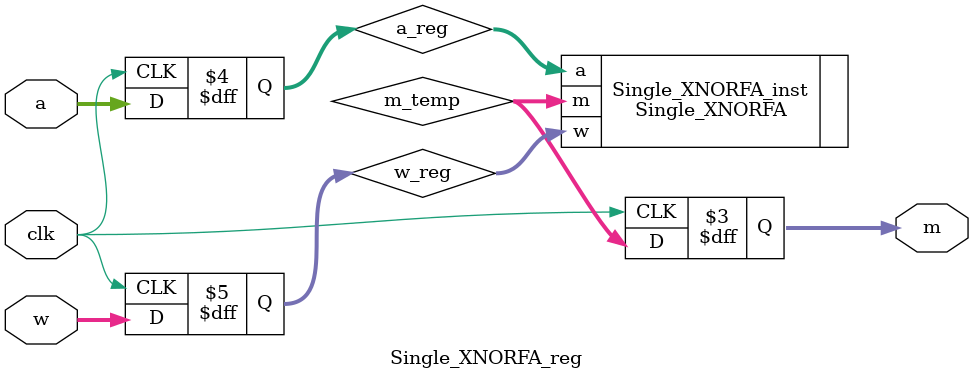
<source format=v>
`timescale 1ns / 1ps
module Single_XNORFA_reg(
		input clk,
    	input [2:0] a,
    	input [2:0] w,
    	output reg [1:0] m
    );
	
	reg [2:0] a_reg;
	reg [2:0] w_reg;
	always @ (posedge clk) begin
		a_reg <= a; 
		w_reg <= w; 
	end

	wire [1:0] m_temp;
	Single_XNORFA 	Single_XNORFA_inst(
    	.a(a_reg),
    	.w(w_reg),
    	.m(m_temp)
    );
    
	always @ (posedge clk) begin
		m <= m_temp;
	end
endmodule

</source>
